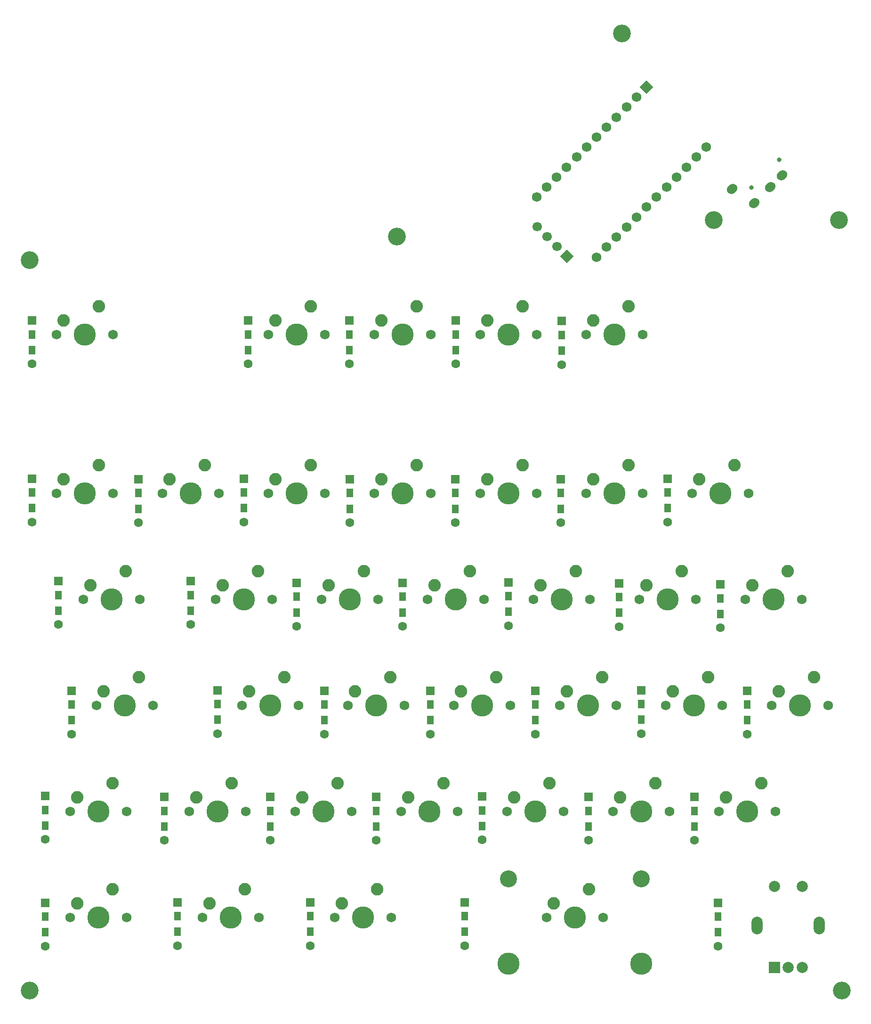
<source format=gbs>
G04 #@! TF.GenerationSoftware,KiCad,Pcbnew,7.0.9-1.fc39*
G04 #@! TF.CreationDate,2024-01-02T19:22:47+02:00*
G04 #@! TF.ProjectId,SplitHsideLeft3,53706c69-7448-4736-9964-654c65667433,rev?*
G04 #@! TF.SameCoordinates,Original*
G04 #@! TF.FileFunction,Soldermask,Bot*
G04 #@! TF.FilePolarity,Negative*
%FSLAX46Y46*%
G04 Gerber Fmt 4.6, Leading zero omitted, Abs format (unit mm)*
G04 Created by KiCad (PCBNEW 7.0.9-1.fc39) date 2024-01-02 19:22:47*
%MOMM*%
%LPD*%
G01*
G04 APERTURE LIST*
G04 Aperture macros list*
%AMHorizOval*
0 Thick line with rounded ends*
0 $1 width*
0 $2 $3 position (X,Y) of the first rounded end (center of the circle)*
0 $4 $5 position (X,Y) of the second rounded end (center of the circle)*
0 Add line between two ends*
20,1,$1,$2,$3,$4,$5,0*
0 Add two circle primitives to create the rounded ends*
1,1,$1,$2,$3*
1,1,$1,$4,$5*%
%AMRotRect*
0 Rectangle, with rotation*
0 The origin of the aperture is its center*
0 $1 length*
0 $2 width*
0 $3 Rotation angle, in degrees counterclockwise*
0 Add horizontal line*
21,1,$1,$2,0,0,$3*%
G04 Aperture macros list end*
%ADD10R,1.200000X1.600000*%
%ADD11R,1.600000X1.600000*%
%ADD12C,1.600000*%
%ADD13RotRect,1.752600X1.752600X225.000000*%
%ADD14C,1.752600*%
%ADD15C,0.800000*%
%ADD16HorizOval,1.600000X-0.141421X-0.141421X0.141421X0.141421X0*%
%ADD17C,1.750000*%
%ADD18C,3.987800*%
%ADD19C,2.250000*%
%ADD20C,3.200000*%
%ADD21C,3.048000*%
%ADD22RotRect,1.700000X1.700000X225.000000*%
%ADD23HorizOval,1.700000X0.000000X0.000000X0.000000X0.000000X0*%
%ADD24O,2.000000X3.200000*%
%ADD25R,2.000000X2.000000*%
%ADD26C,2.000000*%
G04 APERTURE END LIST*
D10*
X71402790Y-71600000D03*
D11*
X71402790Y-69100000D03*
D12*
X71402790Y-76900000D03*
D10*
X71402790Y-74400000D03*
X71402790Y-100000000D03*
D11*
X71402790Y-97500000D03*
D12*
X71402790Y-105300000D03*
D10*
X71402790Y-102800000D03*
X76165310Y-118401749D03*
D11*
X76165310Y-115901749D03*
D12*
X76165310Y-123701749D03*
D10*
X76165310Y-121201749D03*
X78500000Y-138100000D03*
D11*
X78500000Y-135600000D03*
D12*
X78500000Y-143400000D03*
D10*
X78500000Y-140900000D03*
X73784050Y-157000000D03*
D11*
X73784050Y-154500000D03*
D12*
X73784050Y-162300000D03*
D10*
X73784050Y-159800000D03*
X73784050Y-176200000D03*
D11*
X73784050Y-173700000D03*
D12*
X73784050Y-181500000D03*
D10*
X73784050Y-179000000D03*
X90500000Y-100100000D03*
D11*
X90500000Y-97600000D03*
D12*
X90500000Y-105400000D03*
D10*
X90500000Y-102900000D03*
X99977910Y-118401749D03*
D11*
X99977910Y-115901749D03*
D12*
X99977910Y-123701749D03*
D10*
X99977910Y-121201749D03*
X104740430Y-138000000D03*
D11*
X104740430Y-135500000D03*
D12*
X104740430Y-143300000D03*
D10*
X104740430Y-140800000D03*
X95215390Y-157200000D03*
D11*
X95215390Y-154700000D03*
D12*
X95215390Y-162500000D03*
D10*
X95215390Y-160000000D03*
X97596650Y-176100000D03*
D11*
X97596650Y-173600000D03*
D12*
X97596650Y-181400000D03*
D10*
X97596650Y-178900000D03*
X109502950Y-100000000D03*
D11*
X109502950Y-97500000D03*
D12*
X109502950Y-105300000D03*
D10*
X109502950Y-102800000D03*
X119027990Y-118729859D03*
D11*
X119027990Y-116229859D03*
D12*
X119027990Y-124029859D03*
D10*
X119027990Y-121529859D03*
X124000000Y-138100000D03*
D11*
X124000000Y-135600000D03*
D12*
X124000000Y-143400000D03*
D10*
X124000000Y-140900000D03*
X114265470Y-157200000D03*
D11*
X114265470Y-154700000D03*
D12*
X114265470Y-162500000D03*
D10*
X114265470Y-160000000D03*
X121409250Y-176100000D03*
D11*
X121409250Y-173600000D03*
D12*
X121409250Y-181400000D03*
D10*
X121409250Y-178900000D03*
X128553030Y-100100000D03*
D11*
X128553030Y-97600000D03*
D12*
X128553030Y-105400000D03*
D10*
X128553030Y-102900000D03*
X138078070Y-118729859D03*
D11*
X138078070Y-116229859D03*
D12*
X138078070Y-124029859D03*
D10*
X138078070Y-121529859D03*
X143000000Y-138100000D03*
D11*
X143000000Y-135600000D03*
D12*
X143000000Y-143400000D03*
D10*
X143000000Y-140900000D03*
X133315550Y-157200000D03*
D11*
X133315550Y-154700000D03*
D12*
X133315550Y-162500000D03*
D10*
X133315550Y-160000000D03*
X166652710Y-71700000D03*
D11*
X166652710Y-69200000D03*
D12*
X166652710Y-77000000D03*
D10*
X166652710Y-74500000D03*
X147500000Y-100100000D03*
D11*
X147500000Y-97600000D03*
D12*
X147500000Y-105400000D03*
D10*
X147500000Y-102900000D03*
X157127710Y-118610799D03*
D11*
X157127710Y-116110799D03*
D12*
X157127710Y-123910799D03*
D10*
X157127710Y-121410799D03*
X161890210Y-138100000D03*
D11*
X161890210Y-135600000D03*
D12*
X161890210Y-143400000D03*
D10*
X161890210Y-140900000D03*
X152365210Y-157100000D03*
D11*
X152365210Y-154600000D03*
D12*
X152365210Y-162400000D03*
D10*
X152365210Y-159900000D03*
X180940210Y-138000000D03*
D11*
X180940210Y-135500000D03*
D12*
X180940210Y-143300000D03*
D10*
X180940210Y-140800000D03*
X171500000Y-157200000D03*
D11*
X171500000Y-154700000D03*
D12*
X171500000Y-162500000D03*
D10*
X171500000Y-160000000D03*
X195227710Y-119000000D03*
D11*
X195227710Y-116500000D03*
D12*
X195227710Y-124300000D03*
D10*
X195227710Y-121800000D03*
X199990210Y-138100000D03*
D11*
X199990210Y-135600000D03*
D12*
X199990210Y-143400000D03*
D10*
X199990210Y-140900000D03*
X190500000Y-157200000D03*
D11*
X190500000Y-154700000D03*
D12*
X190500000Y-162500000D03*
D10*
X190500000Y-160000000D03*
D13*
X181902710Y-27153485D03*
D14*
X180106659Y-28949536D03*
X178310608Y-30745587D03*
X176514556Y-32541638D03*
X174718505Y-34337689D03*
X172922454Y-36133741D03*
X171126403Y-37929792D03*
X169330351Y-39725843D03*
X167534300Y-41521894D03*
X165738249Y-43317946D03*
X163942198Y-45113997D03*
X162146147Y-46910048D03*
X172922454Y-57686355D03*
X174718505Y-55890304D03*
X176514556Y-54094253D03*
X178310608Y-52298202D03*
X180106659Y-50502151D03*
X181902710Y-48706099D03*
X183698761Y-46910048D03*
X185494813Y-45113997D03*
X187290864Y-43317946D03*
X189086915Y-41521894D03*
X190882966Y-39725843D03*
X192679017Y-37929792D03*
D15*
X205755025Y-40242284D03*
X200805278Y-45192031D03*
D16*
X197269744Y-45474874D03*
X201300252Y-47949748D03*
X204128680Y-45121321D03*
X206250000Y-43000000D03*
D17*
X75847830Y-100156339D03*
D18*
X80927830Y-100156339D03*
D17*
X86007830Y-100156339D03*
D19*
X77117830Y-97616339D03*
X83467830Y-95076339D03*
D17*
X80610350Y-119206419D03*
D18*
X85690350Y-119206419D03*
D17*
X90770350Y-119206419D03*
D19*
X81880350Y-116666419D03*
X88230350Y-114126419D03*
D17*
X82991610Y-138256499D03*
D18*
X88071610Y-138256499D03*
D17*
X93151610Y-138256499D03*
D19*
X84261610Y-135716499D03*
X90611610Y-133176499D03*
D17*
X78229090Y-157306579D03*
D18*
X83309090Y-157306579D03*
D17*
X88389090Y-157306579D03*
D19*
X79499090Y-154766579D03*
X85849090Y-152226579D03*
D17*
X78229090Y-176356659D03*
D18*
X83309090Y-176356659D03*
D17*
X88389090Y-176356659D03*
D19*
X79499090Y-173816659D03*
X85849090Y-171276659D03*
D17*
X94897910Y-100156339D03*
D18*
X99977910Y-100156339D03*
D17*
X105057910Y-100156339D03*
D19*
X96167910Y-97616339D03*
X102517910Y-95076339D03*
D17*
X104422950Y-119206419D03*
D18*
X109502950Y-119206419D03*
D17*
X114582950Y-119206419D03*
D19*
X105692950Y-116666419D03*
X112042950Y-114126419D03*
D17*
X109185470Y-138256499D03*
D18*
X114265470Y-138256499D03*
D17*
X119345470Y-138256499D03*
D19*
X110455470Y-135716499D03*
X116805470Y-133176499D03*
D17*
X99660430Y-157306579D03*
D18*
X104740430Y-157306579D03*
D17*
X109820430Y-157306579D03*
D19*
X100930430Y-154766579D03*
X107280430Y-152226579D03*
D17*
X102041690Y-176356659D03*
D18*
X107121690Y-176356659D03*
D17*
X112201690Y-176356659D03*
D19*
X103311690Y-173816659D03*
X109661690Y-171276659D03*
D17*
X132997710Y-71581219D03*
D18*
X138077710Y-71581219D03*
D17*
X143157710Y-71581219D03*
D19*
X134267710Y-69041219D03*
X140617710Y-66501219D03*
D17*
X113947990Y-100156339D03*
D18*
X119027990Y-100156339D03*
D17*
X124107990Y-100156339D03*
D19*
X115217990Y-97616339D03*
X121567990Y-95076339D03*
D17*
X123473030Y-119206419D03*
D18*
X128553030Y-119206419D03*
D17*
X133633030Y-119206419D03*
D19*
X124743030Y-116666419D03*
X131093030Y-114126419D03*
D17*
X128235550Y-138256499D03*
D18*
X133315550Y-138256499D03*
D17*
X138395550Y-138256499D03*
D19*
X129505550Y-135716499D03*
X135855550Y-133176499D03*
D17*
X118710510Y-157306579D03*
D18*
X123790510Y-157306579D03*
D17*
X128870510Y-157306579D03*
D19*
X119980510Y-154766579D03*
X126330510Y-152226579D03*
D17*
X125854290Y-176356659D03*
D18*
X130934290Y-176356659D03*
D17*
X136014290Y-176356659D03*
D19*
X127124290Y-173816659D03*
X133474290Y-171276659D03*
D17*
X132998070Y-100156339D03*
D18*
X138078070Y-100156339D03*
D17*
X143158070Y-100156339D03*
D19*
X134268070Y-97616339D03*
X140618070Y-95076339D03*
D17*
X142523110Y-119206419D03*
D18*
X147603110Y-119206419D03*
D17*
X152683110Y-119206419D03*
D19*
X143793110Y-116666419D03*
X150143110Y-114126419D03*
D17*
X147285630Y-138256499D03*
D18*
X152365630Y-138256499D03*
D17*
X157445630Y-138256499D03*
D19*
X148555630Y-135716499D03*
X154905630Y-133176499D03*
D17*
X137760590Y-157306579D03*
D18*
X142840590Y-157306579D03*
D17*
X147920590Y-157306579D03*
D19*
X139030590Y-154766579D03*
X145380590Y-152226579D03*
D17*
X171097710Y-71581219D03*
D18*
X176177710Y-71581219D03*
D17*
X181257710Y-71581219D03*
D19*
X172367710Y-69041219D03*
X178717710Y-66501219D03*
D17*
X152047710Y-100156099D03*
D18*
X157127710Y-100156099D03*
D17*
X162207710Y-100156099D03*
D19*
X153317710Y-97616099D03*
X159667710Y-95076099D03*
D17*
X161572710Y-119206099D03*
D18*
X166652710Y-119206099D03*
D17*
X171732710Y-119206099D03*
D19*
X162842710Y-116666099D03*
X169192710Y-114126099D03*
D17*
X166335210Y-138256099D03*
D18*
X171415210Y-138256099D03*
D17*
X176495210Y-138256099D03*
D19*
X167605210Y-135716099D03*
X173955210Y-133176099D03*
D17*
X156810210Y-157306099D03*
D18*
X161890210Y-157306099D03*
D17*
X166970210Y-157306099D03*
D19*
X158080210Y-154766099D03*
X164430210Y-152226099D03*
D17*
X75847830Y-71581219D03*
D18*
X80927830Y-71581219D03*
D17*
X86007830Y-71581219D03*
D19*
X77117830Y-69041219D03*
X83467830Y-66501219D03*
D20*
X217000000Y-189500000D03*
X70980000Y-58200000D03*
X71000000Y-189500000D03*
D10*
X110296460Y-71600000D03*
D11*
X110296460Y-69100000D03*
D12*
X110296460Y-76900000D03*
D10*
X110296460Y-74400000D03*
X185702710Y-100000000D03*
D11*
X185702710Y-97500000D03*
D12*
X185702710Y-105300000D03*
D10*
X185702710Y-102800000D03*
D17*
X190147710Y-100156099D03*
D18*
X195227710Y-100156099D03*
D17*
X200307710Y-100156099D03*
D19*
X191417710Y-97616099D03*
X197767710Y-95076099D03*
D17*
X152048070Y-71581219D03*
D18*
X157128070Y-71581219D03*
D17*
X162208070Y-71581219D03*
D19*
X153318070Y-69041219D03*
X159668070Y-66501219D03*
D10*
X147602710Y-71600000D03*
D11*
X147602710Y-69100000D03*
D12*
X147602710Y-76900000D03*
D10*
X147602710Y-74400000D03*
X128500000Y-71600000D03*
D11*
X128500000Y-69100000D03*
D12*
X128500000Y-76900000D03*
D10*
X128500000Y-74400000D03*
D17*
X171097710Y-100156099D03*
D18*
X176177710Y-100156099D03*
D17*
X181257710Y-100156099D03*
D19*
X172367710Y-97616099D03*
X178717710Y-95076099D03*
D17*
X180622710Y-119206099D03*
D18*
X185702710Y-119206099D03*
D17*
X190782710Y-119206099D03*
D19*
X181892710Y-116666099D03*
X188242710Y-114126099D03*
D17*
X185385210Y-138256099D03*
D18*
X190465210Y-138256099D03*
D17*
X195545210Y-138256099D03*
D19*
X186655210Y-135716099D03*
X193005210Y-133176099D03*
D17*
X175860210Y-157306099D03*
D18*
X180940210Y-157306099D03*
D17*
X186020210Y-157306099D03*
D19*
X177130210Y-154766099D03*
X183480210Y-152226099D03*
D17*
X199672710Y-119206099D03*
D18*
X204752710Y-119206099D03*
D17*
X209832710Y-119206099D03*
D19*
X200942710Y-116666099D03*
X207292710Y-114126099D03*
D17*
X204435210Y-138256099D03*
D18*
X209515210Y-138256099D03*
D17*
X214595210Y-138256099D03*
D19*
X205705210Y-135716099D03*
X212055210Y-133176099D03*
D17*
X194910210Y-157306099D03*
D18*
X199990210Y-157306099D03*
D17*
X205070210Y-157306099D03*
D19*
X196180210Y-154766099D03*
X202530210Y-152226099D03*
D17*
X113947710Y-71581099D03*
D18*
X119027710Y-71581099D03*
D17*
X124107710Y-71581099D03*
D19*
X115217710Y-69041099D03*
X121567710Y-66501099D03*
D10*
X166500000Y-100100000D03*
D11*
X166500000Y-97600000D03*
D12*
X166500000Y-105400000D03*
D10*
X166500000Y-102900000D03*
X149225000Y-176100000D03*
D11*
X149225000Y-173600000D03*
D12*
X149225000Y-181400000D03*
D10*
X149225000Y-178900000D03*
D21*
X157127710Y-169371099D03*
D18*
X157127710Y-184611099D03*
D17*
X163953960Y-176356099D03*
D18*
X169033960Y-176356099D03*
D17*
X174113960Y-176356099D03*
D21*
X180940210Y-169371099D03*
D18*
X180940210Y-184611099D03*
D19*
X165223960Y-173816099D03*
X171573960Y-171276099D03*
D10*
X176971460Y-118798299D03*
D11*
X176971460Y-116298299D03*
D12*
X176971460Y-124098299D03*
D10*
X176971460Y-121598299D03*
D20*
X137000000Y-54000000D03*
X194000000Y-51000000D03*
D22*
X167600000Y-57600000D03*
D23*
X165803949Y-55803949D03*
X164007898Y-54007898D03*
X162211846Y-52211846D03*
D20*
X177500000Y-17500000D03*
X216500000Y-51000000D03*
D24*
X201800000Y-177800000D03*
X213000000Y-177800000D03*
D25*
X204900000Y-185300000D03*
D26*
X209900000Y-185300000D03*
X207400000Y-185300000D03*
X209900000Y-170800000D03*
X204900000Y-170800000D03*
D10*
X194750000Y-176200000D03*
D11*
X194750000Y-173700000D03*
D12*
X194750000Y-181500000D03*
D10*
X194750000Y-179000000D03*
M02*

</source>
